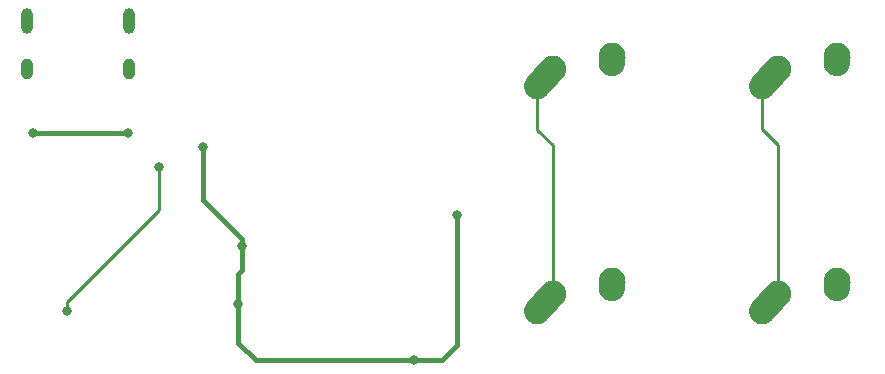
<source format=gbr>
G04 #@! TF.GenerationSoftware,KiCad,Pcbnew,(5.1.9-0-10_14)*
G04 #@! TF.CreationDate,2021-07-26T10:25:34-04:00*
G04 #@! TF.ProjectId,4key-pcb,346b6579-2d70-4636-922e-6b696361645f,rev?*
G04 #@! TF.SameCoordinates,Original*
G04 #@! TF.FileFunction,Copper,L1,Top*
G04 #@! TF.FilePolarity,Positive*
%FSLAX46Y46*%
G04 Gerber Fmt 4.6, Leading zero omitted, Abs format (unit mm)*
G04 Created by KiCad (PCBNEW (5.1.9-0-10_14)) date 2021-07-26 10:25:34*
%MOMM*%
%LPD*%
G01*
G04 APERTURE LIST*
G04 #@! TA.AperFunction,ComponentPad*
%ADD10O,1.000000X2.200000*%
G04 #@! TD*
G04 #@! TA.AperFunction,ComponentPad*
%ADD11O,1.000000X1.800000*%
G04 #@! TD*
G04 #@! TA.AperFunction,ComponentPad*
%ADD12C,2.250000*%
G04 #@! TD*
G04 #@! TA.AperFunction,ViaPad*
%ADD13C,0.800000*%
G04 #@! TD*
G04 #@! TA.AperFunction,Conductor*
%ADD14C,0.381000*%
G04 #@! TD*
G04 #@! TA.AperFunction,Conductor*
%ADD15C,0.254000*%
G04 #@! TD*
G04 APERTURE END LIST*
D10*
X67670000Y-88750000D03*
X59030000Y-88750000D03*
D11*
X59030000Y-92750000D03*
X67670000Y-92750000D03*
G04 #@! TA.AperFunction,ComponentPad*
G36*
G01*
X127518483Y-112446395D02*
X127517597Y-112446334D01*
G75*
G02*
X126472666Y-111246597I77403J1122334D01*
G01*
X126512666Y-110666597D01*
G75*
G02*
X127712403Y-109621666I1122334J-77403D01*
G01*
X127712403Y-109621666D01*
G75*
G02*
X128757334Y-110821403I-77403J-1122334D01*
G01*
X128717334Y-111401403D01*
G75*
G02*
X127517597Y-112446334I-1122334J77403D01*
G01*
G37*
G04 #@! TD.AperFunction*
D12*
X127635000Y-110744000D03*
G04 #@! TA.AperFunction,ComponentPad*
G36*
G01*
X120533688Y-114121350D02*
X120533683Y-114121345D01*
G75*
G02*
X120447655Y-112532683I751317J837345D01*
G01*
X121757657Y-111072683D01*
G75*
G02*
X123346319Y-110986655I837345J-751317D01*
G01*
X123346319Y-110986655D01*
G75*
G02*
X123432347Y-112575317I-751317J-837345D01*
G01*
X122122345Y-114035317D01*
G75*
G02*
X120533683Y-114121345I-837345J751317D01*
G01*
G37*
G04 #@! TD.AperFunction*
X122595000Y-111824000D03*
X103545000Y-92774000D03*
G04 #@! TA.AperFunction,ComponentPad*
G36*
G01*
X101483688Y-95071350D02*
X101483683Y-95071345D01*
G75*
G02*
X101397655Y-93482683I751317J837345D01*
G01*
X102707657Y-92022683D01*
G75*
G02*
X104296319Y-91936655I837345J-751317D01*
G01*
X104296319Y-91936655D01*
G75*
G02*
X104382347Y-93525317I-751317J-837345D01*
G01*
X103072345Y-94985317D01*
G75*
G02*
X101483683Y-95071345I-837345J751317D01*
G01*
G37*
G04 #@! TD.AperFunction*
X108585000Y-91694000D03*
G04 #@! TA.AperFunction,ComponentPad*
G36*
G01*
X108468483Y-93396395D02*
X108467597Y-93396334D01*
G75*
G02*
X107422666Y-92196597I77403J1122334D01*
G01*
X107462666Y-91616597D01*
G75*
G02*
X108662403Y-90571666I1122334J-77403D01*
G01*
X108662403Y-90571666D01*
G75*
G02*
X109707334Y-91771403I-77403J-1122334D01*
G01*
X109667334Y-92351403D01*
G75*
G02*
X108467597Y-93396334I-1122334J77403D01*
G01*
G37*
G04 #@! TD.AperFunction*
G04 #@! TA.AperFunction,ComponentPad*
G36*
G01*
X127518483Y-93396395D02*
X127517597Y-93396334D01*
G75*
G02*
X126472666Y-92196597I77403J1122334D01*
G01*
X126512666Y-91616597D01*
G75*
G02*
X127712403Y-90571666I1122334J-77403D01*
G01*
X127712403Y-90571666D01*
G75*
G02*
X128757334Y-91771403I-77403J-1122334D01*
G01*
X128717334Y-92351403D01*
G75*
G02*
X127517597Y-93396334I-1122334J77403D01*
G01*
G37*
G04 #@! TD.AperFunction*
X127635000Y-91694000D03*
G04 #@! TA.AperFunction,ComponentPad*
G36*
G01*
X120533688Y-95071350D02*
X120533683Y-95071345D01*
G75*
G02*
X120447655Y-93482683I751317J837345D01*
G01*
X121757657Y-92022683D01*
G75*
G02*
X123346319Y-91936655I837345J-751317D01*
G01*
X123346319Y-91936655D01*
G75*
G02*
X123432347Y-93525317I-751317J-837345D01*
G01*
X122122345Y-94985317D01*
G75*
G02*
X120533683Y-95071345I-837345J751317D01*
G01*
G37*
G04 #@! TD.AperFunction*
X122595000Y-92774000D03*
X103545000Y-111824000D03*
G04 #@! TA.AperFunction,ComponentPad*
G36*
G01*
X101483688Y-114121350D02*
X101483683Y-114121345D01*
G75*
G02*
X101397655Y-112532683I751317J837345D01*
G01*
X102707657Y-111072683D01*
G75*
G02*
X104296319Y-110986655I837345J-751317D01*
G01*
X104296319Y-110986655D01*
G75*
G02*
X104382347Y-112575317I-751317J-837345D01*
G01*
X103072345Y-114035317D01*
G75*
G02*
X101483683Y-114121345I-837345J751317D01*
G01*
G37*
G04 #@! TD.AperFunction*
X108585000Y-110744000D03*
G04 #@! TA.AperFunction,ComponentPad*
G36*
G01*
X108468483Y-112446395D02*
X108467597Y-112446334D01*
G75*
G02*
X107422666Y-111246597I77403J1122334D01*
G01*
X107462666Y-110666597D01*
G75*
G02*
X108662403Y-109621666I1122334J-77403D01*
G01*
X108662403Y-109621666D01*
G75*
G02*
X109707334Y-110821403I-77403J-1122334D01*
G01*
X109667334Y-111401403D01*
G75*
G02*
X108467597Y-112446334I-1122334J77403D01*
G01*
G37*
G04 #@! TD.AperFunction*
D13*
X67600000Y-98200000D03*
X59500000Y-98200000D03*
X70180000Y-101040000D03*
X62430000Y-113230000D03*
X76910000Y-112700000D03*
X91810000Y-117440000D03*
X95480000Y-105130000D03*
X77220000Y-107794500D03*
X73900000Y-99410000D03*
D14*
X67600000Y-98200000D02*
X59500000Y-98200000D01*
D15*
X70180000Y-101040000D02*
X70180000Y-104710000D01*
X62430000Y-112460000D02*
X62430000Y-113230000D01*
X70180000Y-104710000D02*
X62430000Y-112460000D01*
D14*
X76910000Y-112700000D02*
X76910000Y-115950000D01*
X76910000Y-115950000D02*
X76930000Y-115950000D01*
X78420000Y-117440000D02*
X91810000Y-117440000D01*
X76930000Y-115950000D02*
X78420000Y-117440000D01*
X91810000Y-117440000D02*
X94180000Y-117440000D01*
X94180000Y-117440000D02*
X95480000Y-116140000D01*
X95480000Y-116140000D02*
X95480000Y-105130000D01*
X76910000Y-112700000D02*
X76910000Y-110090000D01*
X77220000Y-109780000D02*
X77220000Y-107794500D01*
X76910000Y-110090000D02*
X77220000Y-109780000D01*
X77220000Y-107794500D02*
X77220000Y-107140000D01*
X77220000Y-107140000D02*
X73930000Y-103850000D01*
X73930000Y-99440000D02*
X73900000Y-99410000D01*
X73930000Y-103850000D02*
X73930000Y-99440000D01*
D15*
X121285000Y-94234000D02*
X121285000Y-97865000D01*
X122595000Y-99175000D02*
X122595000Y-111824000D01*
X121285000Y-97865000D02*
X122595000Y-99175000D01*
X102235000Y-94234000D02*
X102235000Y-97895000D01*
X103545000Y-99205000D02*
X103545000Y-111824000D01*
X102235000Y-97895000D02*
X103545000Y-99205000D01*
M02*

</source>
